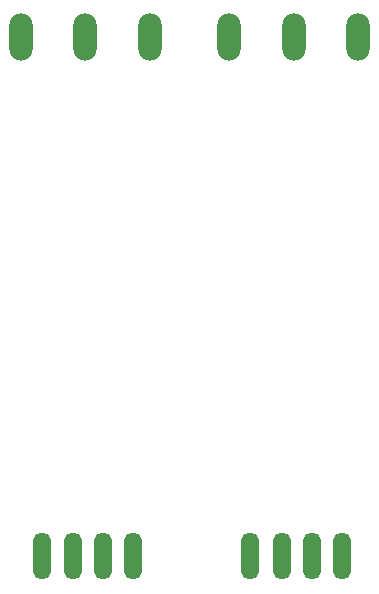
<source format=gtp>
G04 Layer: TopPasteMaskLayer*
G04 EasyEDA v6.5.23, 2023-07-03 23:52:10*
G04 beb88da8062a44f988bae92b0b871fe8,f9ecfe7abe46434aadffdc01d2bfd918,10*
G04 Gerber Generator version 0.2*
G04 Scale: 100 percent, Rotated: No, Reflected: No *
G04 Dimensions in millimeters *
G04 leading zeros omitted , absolute positions ,4 integer and 5 decimal *
%FSLAX45Y45*%
%MOMM*%

%ADD10O,1.9999959999999999X3.9999919999999998*%
%ADD11O,1.499997X3.9999919999999998*%

%LPD*%
D10*
G01*
X4749800Y6502400D03*
G01*
X5295900Y6502400D03*
G01*
X5842000Y6502400D03*
D11*
G01*
X4927600Y2108200D03*
G01*
X5194300Y2108200D03*
G01*
X5448300Y2108200D03*
G01*
X5702300Y2108200D03*
D10*
G01*
X6515100Y6502400D03*
G01*
X7061200Y6502400D03*
G01*
X7607300Y6502400D03*
D11*
G01*
X6692900Y2108200D03*
G01*
X6959600Y2108200D03*
G01*
X7213600Y2108200D03*
G01*
X7467600Y2108200D03*
M02*

</source>
